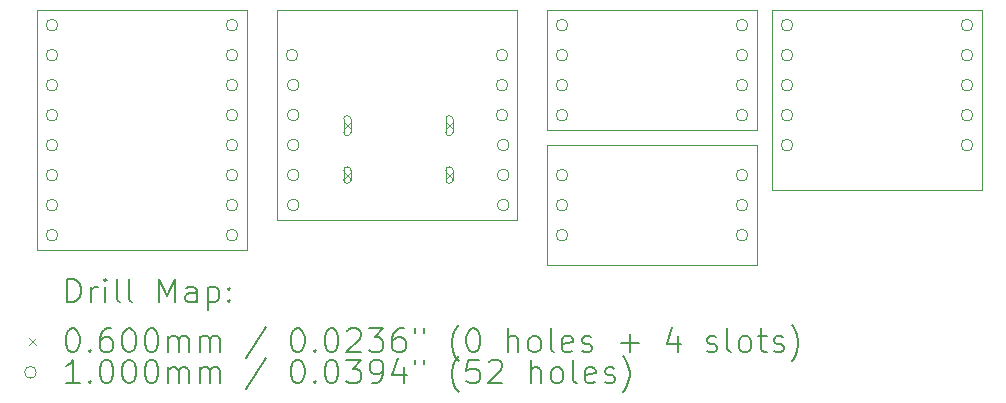
<source format=gbr>
%TF.GenerationSoftware,KiCad,Pcbnew,7.0.10*%
%TF.CreationDate,2024-01-15T10:33:43+01:00*%
%TF.ProjectId,smd_breadboard,736d645f-6272-4656-9164-626f6172642e,rev?*%
%TF.SameCoordinates,Original*%
%TF.FileFunction,Drillmap*%
%TF.FilePolarity,Positive*%
%FSLAX45Y45*%
G04 Gerber Fmt 4.5, Leading zero omitted, Abs format (unit mm)*
G04 Created by KiCad (PCBNEW 7.0.10) date 2024-01-15 10:33:43*
%MOMM*%
%LPD*%
G01*
G04 APERTURE LIST*
%ADD10C,0.100000*%
%ADD11C,0.200000*%
G04 APERTURE END LIST*
D10*
X15367000Y-6223000D02*
X15367000Y-7239000D01*
X17145000Y-6223000D02*
X15367000Y-6223000D01*
X17145000Y-7239000D02*
X17145000Y-6223000D01*
X15367000Y-7239000D02*
X17145000Y-7239000D01*
X15367000Y-8382000D02*
X17145000Y-8382000D01*
X15367000Y-7366000D02*
X15367000Y-8382000D01*
X17145000Y-7366000D02*
X15367000Y-7366000D01*
X17145000Y-8382000D02*
X17145000Y-7366000D01*
X19050000Y-6223000D02*
X17272000Y-6223000D01*
X19050000Y-7747000D02*
X19050000Y-6223000D01*
X17272000Y-7747000D02*
X19050000Y-7747000D01*
X17272000Y-6223000D02*
X17272000Y-7747000D01*
X13081000Y-6223000D02*
X13081000Y-8001000D01*
X15113000Y-6223000D02*
X13081000Y-6223000D01*
X15113000Y-8001000D02*
X15113000Y-6223000D01*
X13081000Y-8001000D02*
X15113000Y-8001000D01*
X11049000Y-8255000D02*
X11049000Y-6223000D01*
X12827000Y-8255000D02*
X11049000Y-8255000D01*
X12827000Y-6223000D02*
X12827000Y-8255000D01*
X11049000Y-6223000D02*
X12827000Y-6223000D01*
D11*
D10*
X13646000Y-7172000D02*
X13706000Y-7232000D01*
X13706000Y-7172000D02*
X13646000Y-7232000D01*
X13646000Y-7147000D02*
X13646000Y-7257000D01*
X13646000Y-7257000D02*
G75*
G03*
X13706000Y-7257000I30000J0D01*
G01*
X13706000Y-7257000D02*
X13706000Y-7147000D01*
X13706000Y-7147000D02*
G75*
G03*
X13646000Y-7147000I-30000J0D01*
G01*
X13646000Y-7590000D02*
X13706000Y-7650000D01*
X13706000Y-7590000D02*
X13646000Y-7650000D01*
X13646000Y-7580000D02*
X13646000Y-7660000D01*
X13646000Y-7660000D02*
G75*
G03*
X13706000Y-7660000I30000J0D01*
G01*
X13706000Y-7660000D02*
X13706000Y-7580000D01*
X13706000Y-7580000D02*
G75*
G03*
X13646000Y-7580000I-30000J0D01*
G01*
X14510000Y-7172000D02*
X14570000Y-7232000D01*
X14570000Y-7172000D02*
X14510000Y-7232000D01*
X14510000Y-7147000D02*
X14510000Y-7257000D01*
X14510000Y-7257000D02*
G75*
G03*
X14570000Y-7257000I30000J0D01*
G01*
X14570000Y-7257000D02*
X14570000Y-7147000D01*
X14570000Y-7147000D02*
G75*
G03*
X14510000Y-7147000I-30000J0D01*
G01*
X14510000Y-7590000D02*
X14570000Y-7650000D01*
X14570000Y-7590000D02*
X14510000Y-7650000D01*
X14510000Y-7580000D02*
X14510000Y-7660000D01*
X14510000Y-7660000D02*
G75*
G03*
X14570000Y-7660000I30000J0D01*
G01*
X14570000Y-7660000D02*
X14570000Y-7580000D01*
X14570000Y-7580000D02*
G75*
G03*
X14510000Y-7580000I-30000J0D01*
G01*
X11226000Y-6350000D02*
G75*
G03*
X11126000Y-6350000I-50000J0D01*
G01*
X11126000Y-6350000D02*
G75*
G03*
X11226000Y-6350000I50000J0D01*
G01*
X11226000Y-6604000D02*
G75*
G03*
X11126000Y-6604000I-50000J0D01*
G01*
X11126000Y-6604000D02*
G75*
G03*
X11226000Y-6604000I50000J0D01*
G01*
X11226000Y-6858000D02*
G75*
G03*
X11126000Y-6858000I-50000J0D01*
G01*
X11126000Y-6858000D02*
G75*
G03*
X11226000Y-6858000I50000J0D01*
G01*
X11226000Y-7112000D02*
G75*
G03*
X11126000Y-7112000I-50000J0D01*
G01*
X11126000Y-7112000D02*
G75*
G03*
X11226000Y-7112000I50000J0D01*
G01*
X11226000Y-7366000D02*
G75*
G03*
X11126000Y-7366000I-50000J0D01*
G01*
X11126000Y-7366000D02*
G75*
G03*
X11226000Y-7366000I50000J0D01*
G01*
X11226000Y-7620000D02*
G75*
G03*
X11126000Y-7620000I-50000J0D01*
G01*
X11126000Y-7620000D02*
G75*
G03*
X11226000Y-7620000I50000J0D01*
G01*
X11226000Y-7874000D02*
G75*
G03*
X11126000Y-7874000I-50000J0D01*
G01*
X11126000Y-7874000D02*
G75*
G03*
X11226000Y-7874000I50000J0D01*
G01*
X11226000Y-8128000D02*
G75*
G03*
X11126000Y-8128000I-50000J0D01*
G01*
X11126000Y-8128000D02*
G75*
G03*
X11226000Y-8128000I50000J0D01*
G01*
X12750000Y-6350000D02*
G75*
G03*
X12650000Y-6350000I-50000J0D01*
G01*
X12650000Y-6350000D02*
G75*
G03*
X12750000Y-6350000I50000J0D01*
G01*
X12750000Y-6604000D02*
G75*
G03*
X12650000Y-6604000I-50000J0D01*
G01*
X12650000Y-6604000D02*
G75*
G03*
X12750000Y-6604000I50000J0D01*
G01*
X12750000Y-6858000D02*
G75*
G03*
X12650000Y-6858000I-50000J0D01*
G01*
X12650000Y-6858000D02*
G75*
G03*
X12750000Y-6858000I50000J0D01*
G01*
X12750000Y-7112000D02*
G75*
G03*
X12650000Y-7112000I-50000J0D01*
G01*
X12650000Y-7112000D02*
G75*
G03*
X12750000Y-7112000I50000J0D01*
G01*
X12750000Y-7366000D02*
G75*
G03*
X12650000Y-7366000I-50000J0D01*
G01*
X12650000Y-7366000D02*
G75*
G03*
X12750000Y-7366000I50000J0D01*
G01*
X12750000Y-7620000D02*
G75*
G03*
X12650000Y-7620000I-50000J0D01*
G01*
X12650000Y-7620000D02*
G75*
G03*
X12750000Y-7620000I50000J0D01*
G01*
X12750000Y-7874000D02*
G75*
G03*
X12650000Y-7874000I-50000J0D01*
G01*
X12650000Y-7874000D02*
G75*
G03*
X12750000Y-7874000I50000J0D01*
G01*
X12750000Y-8128000D02*
G75*
G03*
X12650000Y-8128000I-50000J0D01*
G01*
X12650000Y-8128000D02*
G75*
G03*
X12750000Y-8128000I50000J0D01*
G01*
X13258000Y-6604000D02*
G75*
G03*
X13158000Y-6604000I-50000J0D01*
G01*
X13158000Y-6604000D02*
G75*
G03*
X13258000Y-6604000I50000J0D01*
G01*
X13269000Y-6858000D02*
G75*
G03*
X13169000Y-6858000I-50000J0D01*
G01*
X13169000Y-6858000D02*
G75*
G03*
X13269000Y-6858000I50000J0D01*
G01*
X13269000Y-7112000D02*
G75*
G03*
X13169000Y-7112000I-50000J0D01*
G01*
X13169000Y-7112000D02*
G75*
G03*
X13269000Y-7112000I50000J0D01*
G01*
X13269000Y-7366000D02*
G75*
G03*
X13169000Y-7366000I-50000J0D01*
G01*
X13169000Y-7366000D02*
G75*
G03*
X13269000Y-7366000I50000J0D01*
G01*
X13269000Y-7620000D02*
G75*
G03*
X13169000Y-7620000I-50000J0D01*
G01*
X13169000Y-7620000D02*
G75*
G03*
X13269000Y-7620000I50000J0D01*
G01*
X13269000Y-7874000D02*
G75*
G03*
X13169000Y-7874000I-50000J0D01*
G01*
X13169000Y-7874000D02*
G75*
G03*
X13269000Y-7874000I50000J0D01*
G01*
X15036000Y-6604000D02*
G75*
G03*
X14936000Y-6604000I-50000J0D01*
G01*
X14936000Y-6604000D02*
G75*
G03*
X15036000Y-6604000I50000J0D01*
G01*
X15036000Y-6858000D02*
G75*
G03*
X14936000Y-6858000I-50000J0D01*
G01*
X14936000Y-6858000D02*
G75*
G03*
X15036000Y-6858000I50000J0D01*
G01*
X15036000Y-7112000D02*
G75*
G03*
X14936000Y-7112000I-50000J0D01*
G01*
X14936000Y-7112000D02*
G75*
G03*
X15036000Y-7112000I50000J0D01*
G01*
X15047000Y-7366000D02*
G75*
G03*
X14947000Y-7366000I-50000J0D01*
G01*
X14947000Y-7366000D02*
G75*
G03*
X15047000Y-7366000I50000J0D01*
G01*
X15047000Y-7620000D02*
G75*
G03*
X14947000Y-7620000I-50000J0D01*
G01*
X14947000Y-7620000D02*
G75*
G03*
X15047000Y-7620000I50000J0D01*
G01*
X15047000Y-7874000D02*
G75*
G03*
X14947000Y-7874000I-50000J0D01*
G01*
X14947000Y-7874000D02*
G75*
G03*
X15047000Y-7874000I50000J0D01*
G01*
X15544000Y-6350000D02*
G75*
G03*
X15444000Y-6350000I-50000J0D01*
G01*
X15444000Y-6350000D02*
G75*
G03*
X15544000Y-6350000I50000J0D01*
G01*
X15544000Y-6604000D02*
G75*
G03*
X15444000Y-6604000I-50000J0D01*
G01*
X15444000Y-6604000D02*
G75*
G03*
X15544000Y-6604000I50000J0D01*
G01*
X15544000Y-6858000D02*
G75*
G03*
X15444000Y-6858000I-50000J0D01*
G01*
X15444000Y-6858000D02*
G75*
G03*
X15544000Y-6858000I50000J0D01*
G01*
X15544000Y-7112000D02*
G75*
G03*
X15444000Y-7112000I-50000J0D01*
G01*
X15444000Y-7112000D02*
G75*
G03*
X15544000Y-7112000I50000J0D01*
G01*
X15544000Y-7620000D02*
G75*
G03*
X15444000Y-7620000I-50000J0D01*
G01*
X15444000Y-7620000D02*
G75*
G03*
X15544000Y-7620000I50000J0D01*
G01*
X15544000Y-7874000D02*
G75*
G03*
X15444000Y-7874000I-50000J0D01*
G01*
X15444000Y-7874000D02*
G75*
G03*
X15544000Y-7874000I50000J0D01*
G01*
X15544000Y-8128000D02*
G75*
G03*
X15444000Y-8128000I-50000J0D01*
G01*
X15444000Y-8128000D02*
G75*
G03*
X15544000Y-8128000I50000J0D01*
G01*
X17068000Y-6350000D02*
G75*
G03*
X16968000Y-6350000I-50000J0D01*
G01*
X16968000Y-6350000D02*
G75*
G03*
X17068000Y-6350000I50000J0D01*
G01*
X17068000Y-6604000D02*
G75*
G03*
X16968000Y-6604000I-50000J0D01*
G01*
X16968000Y-6604000D02*
G75*
G03*
X17068000Y-6604000I50000J0D01*
G01*
X17068000Y-6858000D02*
G75*
G03*
X16968000Y-6858000I-50000J0D01*
G01*
X16968000Y-6858000D02*
G75*
G03*
X17068000Y-6858000I50000J0D01*
G01*
X17068000Y-7112000D02*
G75*
G03*
X16968000Y-7112000I-50000J0D01*
G01*
X16968000Y-7112000D02*
G75*
G03*
X17068000Y-7112000I50000J0D01*
G01*
X17068000Y-7620000D02*
G75*
G03*
X16968000Y-7620000I-50000J0D01*
G01*
X16968000Y-7620000D02*
G75*
G03*
X17068000Y-7620000I50000J0D01*
G01*
X17068000Y-7874000D02*
G75*
G03*
X16968000Y-7874000I-50000J0D01*
G01*
X16968000Y-7874000D02*
G75*
G03*
X17068000Y-7874000I50000J0D01*
G01*
X17068000Y-8128000D02*
G75*
G03*
X16968000Y-8128000I-50000J0D01*
G01*
X16968000Y-8128000D02*
G75*
G03*
X17068000Y-8128000I50000J0D01*
G01*
X17449000Y-6350000D02*
G75*
G03*
X17349000Y-6350000I-50000J0D01*
G01*
X17349000Y-6350000D02*
G75*
G03*
X17449000Y-6350000I50000J0D01*
G01*
X17449000Y-6604000D02*
G75*
G03*
X17349000Y-6604000I-50000J0D01*
G01*
X17349000Y-6604000D02*
G75*
G03*
X17449000Y-6604000I50000J0D01*
G01*
X17449000Y-6858000D02*
G75*
G03*
X17349000Y-6858000I-50000J0D01*
G01*
X17349000Y-6858000D02*
G75*
G03*
X17449000Y-6858000I50000J0D01*
G01*
X17449000Y-7112000D02*
G75*
G03*
X17349000Y-7112000I-50000J0D01*
G01*
X17349000Y-7112000D02*
G75*
G03*
X17449000Y-7112000I50000J0D01*
G01*
X17449000Y-7366000D02*
G75*
G03*
X17349000Y-7366000I-50000J0D01*
G01*
X17349000Y-7366000D02*
G75*
G03*
X17449000Y-7366000I50000J0D01*
G01*
X18973000Y-6350000D02*
G75*
G03*
X18873000Y-6350000I-50000J0D01*
G01*
X18873000Y-6350000D02*
G75*
G03*
X18973000Y-6350000I50000J0D01*
G01*
X18973000Y-6604000D02*
G75*
G03*
X18873000Y-6604000I-50000J0D01*
G01*
X18873000Y-6604000D02*
G75*
G03*
X18973000Y-6604000I50000J0D01*
G01*
X18973000Y-6858000D02*
G75*
G03*
X18873000Y-6858000I-50000J0D01*
G01*
X18873000Y-6858000D02*
G75*
G03*
X18973000Y-6858000I50000J0D01*
G01*
X18973000Y-7112000D02*
G75*
G03*
X18873000Y-7112000I-50000J0D01*
G01*
X18873000Y-7112000D02*
G75*
G03*
X18973000Y-7112000I50000J0D01*
G01*
X18973000Y-7366000D02*
G75*
G03*
X18873000Y-7366000I-50000J0D01*
G01*
X18873000Y-7366000D02*
G75*
G03*
X18973000Y-7366000I50000J0D01*
G01*
D11*
X11304777Y-8698484D02*
X11304777Y-8498484D01*
X11304777Y-8498484D02*
X11352396Y-8498484D01*
X11352396Y-8498484D02*
X11380967Y-8508008D01*
X11380967Y-8508008D02*
X11400015Y-8527055D01*
X11400015Y-8527055D02*
X11409539Y-8546103D01*
X11409539Y-8546103D02*
X11419062Y-8584198D01*
X11419062Y-8584198D02*
X11419062Y-8612770D01*
X11419062Y-8612770D02*
X11409539Y-8650865D01*
X11409539Y-8650865D02*
X11400015Y-8669912D01*
X11400015Y-8669912D02*
X11380967Y-8688960D01*
X11380967Y-8688960D02*
X11352396Y-8698484D01*
X11352396Y-8698484D02*
X11304777Y-8698484D01*
X11504777Y-8698484D02*
X11504777Y-8565150D01*
X11504777Y-8603246D02*
X11514301Y-8584198D01*
X11514301Y-8584198D02*
X11523824Y-8574674D01*
X11523824Y-8574674D02*
X11542872Y-8565150D01*
X11542872Y-8565150D02*
X11561920Y-8565150D01*
X11628586Y-8698484D02*
X11628586Y-8565150D01*
X11628586Y-8498484D02*
X11619062Y-8508008D01*
X11619062Y-8508008D02*
X11628586Y-8517531D01*
X11628586Y-8517531D02*
X11638110Y-8508008D01*
X11638110Y-8508008D02*
X11628586Y-8498484D01*
X11628586Y-8498484D02*
X11628586Y-8517531D01*
X11752396Y-8698484D02*
X11733348Y-8688960D01*
X11733348Y-8688960D02*
X11723824Y-8669912D01*
X11723824Y-8669912D02*
X11723824Y-8498484D01*
X11857158Y-8698484D02*
X11838110Y-8688960D01*
X11838110Y-8688960D02*
X11828586Y-8669912D01*
X11828586Y-8669912D02*
X11828586Y-8498484D01*
X12085729Y-8698484D02*
X12085729Y-8498484D01*
X12085729Y-8498484D02*
X12152396Y-8641341D01*
X12152396Y-8641341D02*
X12219062Y-8498484D01*
X12219062Y-8498484D02*
X12219062Y-8698484D01*
X12400015Y-8698484D02*
X12400015Y-8593722D01*
X12400015Y-8593722D02*
X12390491Y-8574674D01*
X12390491Y-8574674D02*
X12371443Y-8565150D01*
X12371443Y-8565150D02*
X12333348Y-8565150D01*
X12333348Y-8565150D02*
X12314301Y-8574674D01*
X12400015Y-8688960D02*
X12380967Y-8698484D01*
X12380967Y-8698484D02*
X12333348Y-8698484D01*
X12333348Y-8698484D02*
X12314301Y-8688960D01*
X12314301Y-8688960D02*
X12304777Y-8669912D01*
X12304777Y-8669912D02*
X12304777Y-8650865D01*
X12304777Y-8650865D02*
X12314301Y-8631817D01*
X12314301Y-8631817D02*
X12333348Y-8622293D01*
X12333348Y-8622293D02*
X12380967Y-8622293D01*
X12380967Y-8622293D02*
X12400015Y-8612770D01*
X12495253Y-8565150D02*
X12495253Y-8765150D01*
X12495253Y-8574674D02*
X12514301Y-8565150D01*
X12514301Y-8565150D02*
X12552396Y-8565150D01*
X12552396Y-8565150D02*
X12571443Y-8574674D01*
X12571443Y-8574674D02*
X12580967Y-8584198D01*
X12580967Y-8584198D02*
X12590491Y-8603246D01*
X12590491Y-8603246D02*
X12590491Y-8660389D01*
X12590491Y-8660389D02*
X12580967Y-8679436D01*
X12580967Y-8679436D02*
X12571443Y-8688960D01*
X12571443Y-8688960D02*
X12552396Y-8698484D01*
X12552396Y-8698484D02*
X12514301Y-8698484D01*
X12514301Y-8698484D02*
X12495253Y-8688960D01*
X12676205Y-8679436D02*
X12685729Y-8688960D01*
X12685729Y-8688960D02*
X12676205Y-8698484D01*
X12676205Y-8698484D02*
X12666682Y-8688960D01*
X12666682Y-8688960D02*
X12676205Y-8679436D01*
X12676205Y-8679436D02*
X12676205Y-8698484D01*
X12676205Y-8574674D02*
X12685729Y-8584198D01*
X12685729Y-8584198D02*
X12676205Y-8593722D01*
X12676205Y-8593722D02*
X12666682Y-8584198D01*
X12666682Y-8584198D02*
X12676205Y-8574674D01*
X12676205Y-8574674D02*
X12676205Y-8593722D01*
D10*
X10984000Y-8997000D02*
X11044000Y-9057000D01*
X11044000Y-8997000D02*
X10984000Y-9057000D01*
D11*
X11342872Y-8918484D02*
X11361920Y-8918484D01*
X11361920Y-8918484D02*
X11380967Y-8928008D01*
X11380967Y-8928008D02*
X11390491Y-8937531D01*
X11390491Y-8937531D02*
X11400015Y-8956579D01*
X11400015Y-8956579D02*
X11409539Y-8994674D01*
X11409539Y-8994674D02*
X11409539Y-9042293D01*
X11409539Y-9042293D02*
X11400015Y-9080389D01*
X11400015Y-9080389D02*
X11390491Y-9099436D01*
X11390491Y-9099436D02*
X11380967Y-9108960D01*
X11380967Y-9108960D02*
X11361920Y-9118484D01*
X11361920Y-9118484D02*
X11342872Y-9118484D01*
X11342872Y-9118484D02*
X11323824Y-9108960D01*
X11323824Y-9108960D02*
X11314301Y-9099436D01*
X11314301Y-9099436D02*
X11304777Y-9080389D01*
X11304777Y-9080389D02*
X11295253Y-9042293D01*
X11295253Y-9042293D02*
X11295253Y-8994674D01*
X11295253Y-8994674D02*
X11304777Y-8956579D01*
X11304777Y-8956579D02*
X11314301Y-8937531D01*
X11314301Y-8937531D02*
X11323824Y-8928008D01*
X11323824Y-8928008D02*
X11342872Y-8918484D01*
X11495253Y-9099436D02*
X11504777Y-9108960D01*
X11504777Y-9108960D02*
X11495253Y-9118484D01*
X11495253Y-9118484D02*
X11485729Y-9108960D01*
X11485729Y-9108960D02*
X11495253Y-9099436D01*
X11495253Y-9099436D02*
X11495253Y-9118484D01*
X11676205Y-8918484D02*
X11638110Y-8918484D01*
X11638110Y-8918484D02*
X11619062Y-8928008D01*
X11619062Y-8928008D02*
X11609539Y-8937531D01*
X11609539Y-8937531D02*
X11590491Y-8966103D01*
X11590491Y-8966103D02*
X11580967Y-9004198D01*
X11580967Y-9004198D02*
X11580967Y-9080389D01*
X11580967Y-9080389D02*
X11590491Y-9099436D01*
X11590491Y-9099436D02*
X11600015Y-9108960D01*
X11600015Y-9108960D02*
X11619062Y-9118484D01*
X11619062Y-9118484D02*
X11657158Y-9118484D01*
X11657158Y-9118484D02*
X11676205Y-9108960D01*
X11676205Y-9108960D02*
X11685729Y-9099436D01*
X11685729Y-9099436D02*
X11695253Y-9080389D01*
X11695253Y-9080389D02*
X11695253Y-9032770D01*
X11695253Y-9032770D02*
X11685729Y-9013722D01*
X11685729Y-9013722D02*
X11676205Y-9004198D01*
X11676205Y-9004198D02*
X11657158Y-8994674D01*
X11657158Y-8994674D02*
X11619062Y-8994674D01*
X11619062Y-8994674D02*
X11600015Y-9004198D01*
X11600015Y-9004198D02*
X11590491Y-9013722D01*
X11590491Y-9013722D02*
X11580967Y-9032770D01*
X11819062Y-8918484D02*
X11838110Y-8918484D01*
X11838110Y-8918484D02*
X11857158Y-8928008D01*
X11857158Y-8928008D02*
X11866682Y-8937531D01*
X11866682Y-8937531D02*
X11876205Y-8956579D01*
X11876205Y-8956579D02*
X11885729Y-8994674D01*
X11885729Y-8994674D02*
X11885729Y-9042293D01*
X11885729Y-9042293D02*
X11876205Y-9080389D01*
X11876205Y-9080389D02*
X11866682Y-9099436D01*
X11866682Y-9099436D02*
X11857158Y-9108960D01*
X11857158Y-9108960D02*
X11838110Y-9118484D01*
X11838110Y-9118484D02*
X11819062Y-9118484D01*
X11819062Y-9118484D02*
X11800015Y-9108960D01*
X11800015Y-9108960D02*
X11790491Y-9099436D01*
X11790491Y-9099436D02*
X11780967Y-9080389D01*
X11780967Y-9080389D02*
X11771443Y-9042293D01*
X11771443Y-9042293D02*
X11771443Y-8994674D01*
X11771443Y-8994674D02*
X11780967Y-8956579D01*
X11780967Y-8956579D02*
X11790491Y-8937531D01*
X11790491Y-8937531D02*
X11800015Y-8928008D01*
X11800015Y-8928008D02*
X11819062Y-8918484D01*
X12009539Y-8918484D02*
X12028586Y-8918484D01*
X12028586Y-8918484D02*
X12047634Y-8928008D01*
X12047634Y-8928008D02*
X12057158Y-8937531D01*
X12057158Y-8937531D02*
X12066682Y-8956579D01*
X12066682Y-8956579D02*
X12076205Y-8994674D01*
X12076205Y-8994674D02*
X12076205Y-9042293D01*
X12076205Y-9042293D02*
X12066682Y-9080389D01*
X12066682Y-9080389D02*
X12057158Y-9099436D01*
X12057158Y-9099436D02*
X12047634Y-9108960D01*
X12047634Y-9108960D02*
X12028586Y-9118484D01*
X12028586Y-9118484D02*
X12009539Y-9118484D01*
X12009539Y-9118484D02*
X11990491Y-9108960D01*
X11990491Y-9108960D02*
X11980967Y-9099436D01*
X11980967Y-9099436D02*
X11971443Y-9080389D01*
X11971443Y-9080389D02*
X11961920Y-9042293D01*
X11961920Y-9042293D02*
X11961920Y-8994674D01*
X11961920Y-8994674D02*
X11971443Y-8956579D01*
X11971443Y-8956579D02*
X11980967Y-8937531D01*
X11980967Y-8937531D02*
X11990491Y-8928008D01*
X11990491Y-8928008D02*
X12009539Y-8918484D01*
X12161920Y-9118484D02*
X12161920Y-8985150D01*
X12161920Y-9004198D02*
X12171443Y-8994674D01*
X12171443Y-8994674D02*
X12190491Y-8985150D01*
X12190491Y-8985150D02*
X12219063Y-8985150D01*
X12219063Y-8985150D02*
X12238110Y-8994674D01*
X12238110Y-8994674D02*
X12247634Y-9013722D01*
X12247634Y-9013722D02*
X12247634Y-9118484D01*
X12247634Y-9013722D02*
X12257158Y-8994674D01*
X12257158Y-8994674D02*
X12276205Y-8985150D01*
X12276205Y-8985150D02*
X12304777Y-8985150D01*
X12304777Y-8985150D02*
X12323824Y-8994674D01*
X12323824Y-8994674D02*
X12333348Y-9013722D01*
X12333348Y-9013722D02*
X12333348Y-9118484D01*
X12428586Y-9118484D02*
X12428586Y-8985150D01*
X12428586Y-9004198D02*
X12438110Y-8994674D01*
X12438110Y-8994674D02*
X12457158Y-8985150D01*
X12457158Y-8985150D02*
X12485729Y-8985150D01*
X12485729Y-8985150D02*
X12504777Y-8994674D01*
X12504777Y-8994674D02*
X12514301Y-9013722D01*
X12514301Y-9013722D02*
X12514301Y-9118484D01*
X12514301Y-9013722D02*
X12523824Y-8994674D01*
X12523824Y-8994674D02*
X12542872Y-8985150D01*
X12542872Y-8985150D02*
X12571443Y-8985150D01*
X12571443Y-8985150D02*
X12590491Y-8994674D01*
X12590491Y-8994674D02*
X12600015Y-9013722D01*
X12600015Y-9013722D02*
X12600015Y-9118484D01*
X12990491Y-8908960D02*
X12819063Y-9166103D01*
X13247634Y-8918484D02*
X13266682Y-8918484D01*
X13266682Y-8918484D02*
X13285729Y-8928008D01*
X13285729Y-8928008D02*
X13295253Y-8937531D01*
X13295253Y-8937531D02*
X13304777Y-8956579D01*
X13304777Y-8956579D02*
X13314301Y-8994674D01*
X13314301Y-8994674D02*
X13314301Y-9042293D01*
X13314301Y-9042293D02*
X13304777Y-9080389D01*
X13304777Y-9080389D02*
X13295253Y-9099436D01*
X13295253Y-9099436D02*
X13285729Y-9108960D01*
X13285729Y-9108960D02*
X13266682Y-9118484D01*
X13266682Y-9118484D02*
X13247634Y-9118484D01*
X13247634Y-9118484D02*
X13228586Y-9108960D01*
X13228586Y-9108960D02*
X13219063Y-9099436D01*
X13219063Y-9099436D02*
X13209539Y-9080389D01*
X13209539Y-9080389D02*
X13200015Y-9042293D01*
X13200015Y-9042293D02*
X13200015Y-8994674D01*
X13200015Y-8994674D02*
X13209539Y-8956579D01*
X13209539Y-8956579D02*
X13219063Y-8937531D01*
X13219063Y-8937531D02*
X13228586Y-8928008D01*
X13228586Y-8928008D02*
X13247634Y-8918484D01*
X13400015Y-9099436D02*
X13409539Y-9108960D01*
X13409539Y-9108960D02*
X13400015Y-9118484D01*
X13400015Y-9118484D02*
X13390491Y-9108960D01*
X13390491Y-9108960D02*
X13400015Y-9099436D01*
X13400015Y-9099436D02*
X13400015Y-9118484D01*
X13533348Y-8918484D02*
X13552396Y-8918484D01*
X13552396Y-8918484D02*
X13571444Y-8928008D01*
X13571444Y-8928008D02*
X13580967Y-8937531D01*
X13580967Y-8937531D02*
X13590491Y-8956579D01*
X13590491Y-8956579D02*
X13600015Y-8994674D01*
X13600015Y-8994674D02*
X13600015Y-9042293D01*
X13600015Y-9042293D02*
X13590491Y-9080389D01*
X13590491Y-9080389D02*
X13580967Y-9099436D01*
X13580967Y-9099436D02*
X13571444Y-9108960D01*
X13571444Y-9108960D02*
X13552396Y-9118484D01*
X13552396Y-9118484D02*
X13533348Y-9118484D01*
X13533348Y-9118484D02*
X13514301Y-9108960D01*
X13514301Y-9108960D02*
X13504777Y-9099436D01*
X13504777Y-9099436D02*
X13495253Y-9080389D01*
X13495253Y-9080389D02*
X13485729Y-9042293D01*
X13485729Y-9042293D02*
X13485729Y-8994674D01*
X13485729Y-8994674D02*
X13495253Y-8956579D01*
X13495253Y-8956579D02*
X13504777Y-8937531D01*
X13504777Y-8937531D02*
X13514301Y-8928008D01*
X13514301Y-8928008D02*
X13533348Y-8918484D01*
X13676206Y-8937531D02*
X13685729Y-8928008D01*
X13685729Y-8928008D02*
X13704777Y-8918484D01*
X13704777Y-8918484D02*
X13752396Y-8918484D01*
X13752396Y-8918484D02*
X13771444Y-8928008D01*
X13771444Y-8928008D02*
X13780967Y-8937531D01*
X13780967Y-8937531D02*
X13790491Y-8956579D01*
X13790491Y-8956579D02*
X13790491Y-8975627D01*
X13790491Y-8975627D02*
X13780967Y-9004198D01*
X13780967Y-9004198D02*
X13666682Y-9118484D01*
X13666682Y-9118484D02*
X13790491Y-9118484D01*
X13857158Y-8918484D02*
X13980967Y-8918484D01*
X13980967Y-8918484D02*
X13914301Y-8994674D01*
X13914301Y-8994674D02*
X13942872Y-8994674D01*
X13942872Y-8994674D02*
X13961920Y-9004198D01*
X13961920Y-9004198D02*
X13971444Y-9013722D01*
X13971444Y-9013722D02*
X13980967Y-9032770D01*
X13980967Y-9032770D02*
X13980967Y-9080389D01*
X13980967Y-9080389D02*
X13971444Y-9099436D01*
X13971444Y-9099436D02*
X13961920Y-9108960D01*
X13961920Y-9108960D02*
X13942872Y-9118484D01*
X13942872Y-9118484D02*
X13885729Y-9118484D01*
X13885729Y-9118484D02*
X13866682Y-9108960D01*
X13866682Y-9108960D02*
X13857158Y-9099436D01*
X14152396Y-8918484D02*
X14114301Y-8918484D01*
X14114301Y-8918484D02*
X14095253Y-8928008D01*
X14095253Y-8928008D02*
X14085729Y-8937531D01*
X14085729Y-8937531D02*
X14066682Y-8966103D01*
X14066682Y-8966103D02*
X14057158Y-9004198D01*
X14057158Y-9004198D02*
X14057158Y-9080389D01*
X14057158Y-9080389D02*
X14066682Y-9099436D01*
X14066682Y-9099436D02*
X14076206Y-9108960D01*
X14076206Y-9108960D02*
X14095253Y-9118484D01*
X14095253Y-9118484D02*
X14133348Y-9118484D01*
X14133348Y-9118484D02*
X14152396Y-9108960D01*
X14152396Y-9108960D02*
X14161920Y-9099436D01*
X14161920Y-9099436D02*
X14171444Y-9080389D01*
X14171444Y-9080389D02*
X14171444Y-9032770D01*
X14171444Y-9032770D02*
X14161920Y-9013722D01*
X14161920Y-9013722D02*
X14152396Y-9004198D01*
X14152396Y-9004198D02*
X14133348Y-8994674D01*
X14133348Y-8994674D02*
X14095253Y-8994674D01*
X14095253Y-8994674D02*
X14076206Y-9004198D01*
X14076206Y-9004198D02*
X14066682Y-9013722D01*
X14066682Y-9013722D02*
X14057158Y-9032770D01*
X14247634Y-8918484D02*
X14247634Y-8956579D01*
X14323825Y-8918484D02*
X14323825Y-8956579D01*
X14619063Y-9194674D02*
X14609539Y-9185150D01*
X14609539Y-9185150D02*
X14590491Y-9156579D01*
X14590491Y-9156579D02*
X14580968Y-9137531D01*
X14580968Y-9137531D02*
X14571444Y-9108960D01*
X14571444Y-9108960D02*
X14561920Y-9061341D01*
X14561920Y-9061341D02*
X14561920Y-9023246D01*
X14561920Y-9023246D02*
X14571444Y-8975627D01*
X14571444Y-8975627D02*
X14580968Y-8947055D01*
X14580968Y-8947055D02*
X14590491Y-8928008D01*
X14590491Y-8928008D02*
X14609539Y-8899436D01*
X14609539Y-8899436D02*
X14619063Y-8889912D01*
X14733348Y-8918484D02*
X14752396Y-8918484D01*
X14752396Y-8918484D02*
X14771444Y-8928008D01*
X14771444Y-8928008D02*
X14780968Y-8937531D01*
X14780968Y-8937531D02*
X14790491Y-8956579D01*
X14790491Y-8956579D02*
X14800015Y-8994674D01*
X14800015Y-8994674D02*
X14800015Y-9042293D01*
X14800015Y-9042293D02*
X14790491Y-9080389D01*
X14790491Y-9080389D02*
X14780968Y-9099436D01*
X14780968Y-9099436D02*
X14771444Y-9108960D01*
X14771444Y-9108960D02*
X14752396Y-9118484D01*
X14752396Y-9118484D02*
X14733348Y-9118484D01*
X14733348Y-9118484D02*
X14714301Y-9108960D01*
X14714301Y-9108960D02*
X14704777Y-9099436D01*
X14704777Y-9099436D02*
X14695253Y-9080389D01*
X14695253Y-9080389D02*
X14685729Y-9042293D01*
X14685729Y-9042293D02*
X14685729Y-8994674D01*
X14685729Y-8994674D02*
X14695253Y-8956579D01*
X14695253Y-8956579D02*
X14704777Y-8937531D01*
X14704777Y-8937531D02*
X14714301Y-8928008D01*
X14714301Y-8928008D02*
X14733348Y-8918484D01*
X15038110Y-9118484D02*
X15038110Y-8918484D01*
X15123825Y-9118484D02*
X15123825Y-9013722D01*
X15123825Y-9013722D02*
X15114301Y-8994674D01*
X15114301Y-8994674D02*
X15095253Y-8985150D01*
X15095253Y-8985150D02*
X15066682Y-8985150D01*
X15066682Y-8985150D02*
X15047634Y-8994674D01*
X15047634Y-8994674D02*
X15038110Y-9004198D01*
X15247634Y-9118484D02*
X15228587Y-9108960D01*
X15228587Y-9108960D02*
X15219063Y-9099436D01*
X15219063Y-9099436D02*
X15209539Y-9080389D01*
X15209539Y-9080389D02*
X15209539Y-9023246D01*
X15209539Y-9023246D02*
X15219063Y-9004198D01*
X15219063Y-9004198D02*
X15228587Y-8994674D01*
X15228587Y-8994674D02*
X15247634Y-8985150D01*
X15247634Y-8985150D02*
X15276206Y-8985150D01*
X15276206Y-8985150D02*
X15295253Y-8994674D01*
X15295253Y-8994674D02*
X15304777Y-9004198D01*
X15304777Y-9004198D02*
X15314301Y-9023246D01*
X15314301Y-9023246D02*
X15314301Y-9080389D01*
X15314301Y-9080389D02*
X15304777Y-9099436D01*
X15304777Y-9099436D02*
X15295253Y-9108960D01*
X15295253Y-9108960D02*
X15276206Y-9118484D01*
X15276206Y-9118484D02*
X15247634Y-9118484D01*
X15428587Y-9118484D02*
X15409539Y-9108960D01*
X15409539Y-9108960D02*
X15400015Y-9089912D01*
X15400015Y-9089912D02*
X15400015Y-8918484D01*
X15580968Y-9108960D02*
X15561920Y-9118484D01*
X15561920Y-9118484D02*
X15523825Y-9118484D01*
X15523825Y-9118484D02*
X15504777Y-9108960D01*
X15504777Y-9108960D02*
X15495253Y-9089912D01*
X15495253Y-9089912D02*
X15495253Y-9013722D01*
X15495253Y-9013722D02*
X15504777Y-8994674D01*
X15504777Y-8994674D02*
X15523825Y-8985150D01*
X15523825Y-8985150D02*
X15561920Y-8985150D01*
X15561920Y-8985150D02*
X15580968Y-8994674D01*
X15580968Y-8994674D02*
X15590491Y-9013722D01*
X15590491Y-9013722D02*
X15590491Y-9032770D01*
X15590491Y-9032770D02*
X15495253Y-9051817D01*
X15666682Y-9108960D02*
X15685730Y-9118484D01*
X15685730Y-9118484D02*
X15723825Y-9118484D01*
X15723825Y-9118484D02*
X15742872Y-9108960D01*
X15742872Y-9108960D02*
X15752396Y-9089912D01*
X15752396Y-9089912D02*
X15752396Y-9080389D01*
X15752396Y-9080389D02*
X15742872Y-9061341D01*
X15742872Y-9061341D02*
X15723825Y-9051817D01*
X15723825Y-9051817D02*
X15695253Y-9051817D01*
X15695253Y-9051817D02*
X15676206Y-9042293D01*
X15676206Y-9042293D02*
X15666682Y-9023246D01*
X15666682Y-9023246D02*
X15666682Y-9013722D01*
X15666682Y-9013722D02*
X15676206Y-8994674D01*
X15676206Y-8994674D02*
X15695253Y-8985150D01*
X15695253Y-8985150D02*
X15723825Y-8985150D01*
X15723825Y-8985150D02*
X15742872Y-8994674D01*
X15990492Y-9042293D02*
X16142873Y-9042293D01*
X16066682Y-9118484D02*
X16066682Y-8966103D01*
X16476206Y-8985150D02*
X16476206Y-9118484D01*
X16428587Y-8908960D02*
X16380968Y-9051817D01*
X16380968Y-9051817D02*
X16504777Y-9051817D01*
X16723825Y-9108960D02*
X16742873Y-9118484D01*
X16742873Y-9118484D02*
X16780968Y-9118484D01*
X16780968Y-9118484D02*
X16800016Y-9108960D01*
X16800016Y-9108960D02*
X16809539Y-9089912D01*
X16809539Y-9089912D02*
X16809539Y-9080389D01*
X16809539Y-9080389D02*
X16800016Y-9061341D01*
X16800016Y-9061341D02*
X16780968Y-9051817D01*
X16780968Y-9051817D02*
X16752396Y-9051817D01*
X16752396Y-9051817D02*
X16733349Y-9042293D01*
X16733349Y-9042293D02*
X16723825Y-9023246D01*
X16723825Y-9023246D02*
X16723825Y-9013722D01*
X16723825Y-9013722D02*
X16733349Y-8994674D01*
X16733349Y-8994674D02*
X16752396Y-8985150D01*
X16752396Y-8985150D02*
X16780968Y-8985150D01*
X16780968Y-8985150D02*
X16800016Y-8994674D01*
X16923825Y-9118484D02*
X16904777Y-9108960D01*
X16904777Y-9108960D02*
X16895254Y-9089912D01*
X16895254Y-9089912D02*
X16895254Y-8918484D01*
X17028587Y-9118484D02*
X17009539Y-9108960D01*
X17009539Y-9108960D02*
X17000016Y-9099436D01*
X17000016Y-9099436D02*
X16990492Y-9080389D01*
X16990492Y-9080389D02*
X16990492Y-9023246D01*
X16990492Y-9023246D02*
X17000016Y-9004198D01*
X17000016Y-9004198D02*
X17009539Y-8994674D01*
X17009539Y-8994674D02*
X17028587Y-8985150D01*
X17028587Y-8985150D02*
X17057158Y-8985150D01*
X17057158Y-8985150D02*
X17076206Y-8994674D01*
X17076206Y-8994674D02*
X17085730Y-9004198D01*
X17085730Y-9004198D02*
X17095254Y-9023246D01*
X17095254Y-9023246D02*
X17095254Y-9080389D01*
X17095254Y-9080389D02*
X17085730Y-9099436D01*
X17085730Y-9099436D02*
X17076206Y-9108960D01*
X17076206Y-9108960D02*
X17057158Y-9118484D01*
X17057158Y-9118484D02*
X17028587Y-9118484D01*
X17152397Y-8985150D02*
X17228587Y-8985150D01*
X17180968Y-8918484D02*
X17180968Y-9089912D01*
X17180968Y-9089912D02*
X17190492Y-9108960D01*
X17190492Y-9108960D02*
X17209539Y-9118484D01*
X17209539Y-9118484D02*
X17228587Y-9118484D01*
X17285730Y-9108960D02*
X17304777Y-9118484D01*
X17304777Y-9118484D02*
X17342873Y-9118484D01*
X17342873Y-9118484D02*
X17361920Y-9108960D01*
X17361920Y-9108960D02*
X17371444Y-9089912D01*
X17371444Y-9089912D02*
X17371444Y-9080389D01*
X17371444Y-9080389D02*
X17361920Y-9061341D01*
X17361920Y-9061341D02*
X17342873Y-9051817D01*
X17342873Y-9051817D02*
X17314301Y-9051817D01*
X17314301Y-9051817D02*
X17295254Y-9042293D01*
X17295254Y-9042293D02*
X17285730Y-9023246D01*
X17285730Y-9023246D02*
X17285730Y-9013722D01*
X17285730Y-9013722D02*
X17295254Y-8994674D01*
X17295254Y-8994674D02*
X17314301Y-8985150D01*
X17314301Y-8985150D02*
X17342873Y-8985150D01*
X17342873Y-8985150D02*
X17361920Y-8994674D01*
X17438111Y-9194674D02*
X17447635Y-9185150D01*
X17447635Y-9185150D02*
X17466682Y-9156579D01*
X17466682Y-9156579D02*
X17476206Y-9137531D01*
X17476206Y-9137531D02*
X17485730Y-9108960D01*
X17485730Y-9108960D02*
X17495254Y-9061341D01*
X17495254Y-9061341D02*
X17495254Y-9023246D01*
X17495254Y-9023246D02*
X17485730Y-8975627D01*
X17485730Y-8975627D02*
X17476206Y-8947055D01*
X17476206Y-8947055D02*
X17466682Y-8928008D01*
X17466682Y-8928008D02*
X17447635Y-8899436D01*
X17447635Y-8899436D02*
X17438111Y-8889912D01*
D10*
X11044000Y-9291000D02*
G75*
G03*
X10944000Y-9291000I-50000J0D01*
G01*
X10944000Y-9291000D02*
G75*
G03*
X11044000Y-9291000I50000J0D01*
G01*
D11*
X11409539Y-9382484D02*
X11295253Y-9382484D01*
X11352396Y-9382484D02*
X11352396Y-9182484D01*
X11352396Y-9182484D02*
X11333348Y-9211055D01*
X11333348Y-9211055D02*
X11314301Y-9230103D01*
X11314301Y-9230103D02*
X11295253Y-9239627D01*
X11495253Y-9363436D02*
X11504777Y-9372960D01*
X11504777Y-9372960D02*
X11495253Y-9382484D01*
X11495253Y-9382484D02*
X11485729Y-9372960D01*
X11485729Y-9372960D02*
X11495253Y-9363436D01*
X11495253Y-9363436D02*
X11495253Y-9382484D01*
X11628586Y-9182484D02*
X11647634Y-9182484D01*
X11647634Y-9182484D02*
X11666682Y-9192008D01*
X11666682Y-9192008D02*
X11676205Y-9201531D01*
X11676205Y-9201531D02*
X11685729Y-9220579D01*
X11685729Y-9220579D02*
X11695253Y-9258674D01*
X11695253Y-9258674D02*
X11695253Y-9306293D01*
X11695253Y-9306293D02*
X11685729Y-9344389D01*
X11685729Y-9344389D02*
X11676205Y-9363436D01*
X11676205Y-9363436D02*
X11666682Y-9372960D01*
X11666682Y-9372960D02*
X11647634Y-9382484D01*
X11647634Y-9382484D02*
X11628586Y-9382484D01*
X11628586Y-9382484D02*
X11609539Y-9372960D01*
X11609539Y-9372960D02*
X11600015Y-9363436D01*
X11600015Y-9363436D02*
X11590491Y-9344389D01*
X11590491Y-9344389D02*
X11580967Y-9306293D01*
X11580967Y-9306293D02*
X11580967Y-9258674D01*
X11580967Y-9258674D02*
X11590491Y-9220579D01*
X11590491Y-9220579D02*
X11600015Y-9201531D01*
X11600015Y-9201531D02*
X11609539Y-9192008D01*
X11609539Y-9192008D02*
X11628586Y-9182484D01*
X11819062Y-9182484D02*
X11838110Y-9182484D01*
X11838110Y-9182484D02*
X11857158Y-9192008D01*
X11857158Y-9192008D02*
X11866682Y-9201531D01*
X11866682Y-9201531D02*
X11876205Y-9220579D01*
X11876205Y-9220579D02*
X11885729Y-9258674D01*
X11885729Y-9258674D02*
X11885729Y-9306293D01*
X11885729Y-9306293D02*
X11876205Y-9344389D01*
X11876205Y-9344389D02*
X11866682Y-9363436D01*
X11866682Y-9363436D02*
X11857158Y-9372960D01*
X11857158Y-9372960D02*
X11838110Y-9382484D01*
X11838110Y-9382484D02*
X11819062Y-9382484D01*
X11819062Y-9382484D02*
X11800015Y-9372960D01*
X11800015Y-9372960D02*
X11790491Y-9363436D01*
X11790491Y-9363436D02*
X11780967Y-9344389D01*
X11780967Y-9344389D02*
X11771443Y-9306293D01*
X11771443Y-9306293D02*
X11771443Y-9258674D01*
X11771443Y-9258674D02*
X11780967Y-9220579D01*
X11780967Y-9220579D02*
X11790491Y-9201531D01*
X11790491Y-9201531D02*
X11800015Y-9192008D01*
X11800015Y-9192008D02*
X11819062Y-9182484D01*
X12009539Y-9182484D02*
X12028586Y-9182484D01*
X12028586Y-9182484D02*
X12047634Y-9192008D01*
X12047634Y-9192008D02*
X12057158Y-9201531D01*
X12057158Y-9201531D02*
X12066682Y-9220579D01*
X12066682Y-9220579D02*
X12076205Y-9258674D01*
X12076205Y-9258674D02*
X12076205Y-9306293D01*
X12076205Y-9306293D02*
X12066682Y-9344389D01*
X12066682Y-9344389D02*
X12057158Y-9363436D01*
X12057158Y-9363436D02*
X12047634Y-9372960D01*
X12047634Y-9372960D02*
X12028586Y-9382484D01*
X12028586Y-9382484D02*
X12009539Y-9382484D01*
X12009539Y-9382484D02*
X11990491Y-9372960D01*
X11990491Y-9372960D02*
X11980967Y-9363436D01*
X11980967Y-9363436D02*
X11971443Y-9344389D01*
X11971443Y-9344389D02*
X11961920Y-9306293D01*
X11961920Y-9306293D02*
X11961920Y-9258674D01*
X11961920Y-9258674D02*
X11971443Y-9220579D01*
X11971443Y-9220579D02*
X11980967Y-9201531D01*
X11980967Y-9201531D02*
X11990491Y-9192008D01*
X11990491Y-9192008D02*
X12009539Y-9182484D01*
X12161920Y-9382484D02*
X12161920Y-9249150D01*
X12161920Y-9268198D02*
X12171443Y-9258674D01*
X12171443Y-9258674D02*
X12190491Y-9249150D01*
X12190491Y-9249150D02*
X12219063Y-9249150D01*
X12219063Y-9249150D02*
X12238110Y-9258674D01*
X12238110Y-9258674D02*
X12247634Y-9277722D01*
X12247634Y-9277722D02*
X12247634Y-9382484D01*
X12247634Y-9277722D02*
X12257158Y-9258674D01*
X12257158Y-9258674D02*
X12276205Y-9249150D01*
X12276205Y-9249150D02*
X12304777Y-9249150D01*
X12304777Y-9249150D02*
X12323824Y-9258674D01*
X12323824Y-9258674D02*
X12333348Y-9277722D01*
X12333348Y-9277722D02*
X12333348Y-9382484D01*
X12428586Y-9382484D02*
X12428586Y-9249150D01*
X12428586Y-9268198D02*
X12438110Y-9258674D01*
X12438110Y-9258674D02*
X12457158Y-9249150D01*
X12457158Y-9249150D02*
X12485729Y-9249150D01*
X12485729Y-9249150D02*
X12504777Y-9258674D01*
X12504777Y-9258674D02*
X12514301Y-9277722D01*
X12514301Y-9277722D02*
X12514301Y-9382484D01*
X12514301Y-9277722D02*
X12523824Y-9258674D01*
X12523824Y-9258674D02*
X12542872Y-9249150D01*
X12542872Y-9249150D02*
X12571443Y-9249150D01*
X12571443Y-9249150D02*
X12590491Y-9258674D01*
X12590491Y-9258674D02*
X12600015Y-9277722D01*
X12600015Y-9277722D02*
X12600015Y-9382484D01*
X12990491Y-9172960D02*
X12819063Y-9430103D01*
X13247634Y-9182484D02*
X13266682Y-9182484D01*
X13266682Y-9182484D02*
X13285729Y-9192008D01*
X13285729Y-9192008D02*
X13295253Y-9201531D01*
X13295253Y-9201531D02*
X13304777Y-9220579D01*
X13304777Y-9220579D02*
X13314301Y-9258674D01*
X13314301Y-9258674D02*
X13314301Y-9306293D01*
X13314301Y-9306293D02*
X13304777Y-9344389D01*
X13304777Y-9344389D02*
X13295253Y-9363436D01*
X13295253Y-9363436D02*
X13285729Y-9372960D01*
X13285729Y-9372960D02*
X13266682Y-9382484D01*
X13266682Y-9382484D02*
X13247634Y-9382484D01*
X13247634Y-9382484D02*
X13228586Y-9372960D01*
X13228586Y-9372960D02*
X13219063Y-9363436D01*
X13219063Y-9363436D02*
X13209539Y-9344389D01*
X13209539Y-9344389D02*
X13200015Y-9306293D01*
X13200015Y-9306293D02*
X13200015Y-9258674D01*
X13200015Y-9258674D02*
X13209539Y-9220579D01*
X13209539Y-9220579D02*
X13219063Y-9201531D01*
X13219063Y-9201531D02*
X13228586Y-9192008D01*
X13228586Y-9192008D02*
X13247634Y-9182484D01*
X13400015Y-9363436D02*
X13409539Y-9372960D01*
X13409539Y-9372960D02*
X13400015Y-9382484D01*
X13400015Y-9382484D02*
X13390491Y-9372960D01*
X13390491Y-9372960D02*
X13400015Y-9363436D01*
X13400015Y-9363436D02*
X13400015Y-9382484D01*
X13533348Y-9182484D02*
X13552396Y-9182484D01*
X13552396Y-9182484D02*
X13571444Y-9192008D01*
X13571444Y-9192008D02*
X13580967Y-9201531D01*
X13580967Y-9201531D02*
X13590491Y-9220579D01*
X13590491Y-9220579D02*
X13600015Y-9258674D01*
X13600015Y-9258674D02*
X13600015Y-9306293D01*
X13600015Y-9306293D02*
X13590491Y-9344389D01*
X13590491Y-9344389D02*
X13580967Y-9363436D01*
X13580967Y-9363436D02*
X13571444Y-9372960D01*
X13571444Y-9372960D02*
X13552396Y-9382484D01*
X13552396Y-9382484D02*
X13533348Y-9382484D01*
X13533348Y-9382484D02*
X13514301Y-9372960D01*
X13514301Y-9372960D02*
X13504777Y-9363436D01*
X13504777Y-9363436D02*
X13495253Y-9344389D01*
X13495253Y-9344389D02*
X13485729Y-9306293D01*
X13485729Y-9306293D02*
X13485729Y-9258674D01*
X13485729Y-9258674D02*
X13495253Y-9220579D01*
X13495253Y-9220579D02*
X13504777Y-9201531D01*
X13504777Y-9201531D02*
X13514301Y-9192008D01*
X13514301Y-9192008D02*
X13533348Y-9182484D01*
X13666682Y-9182484D02*
X13790491Y-9182484D01*
X13790491Y-9182484D02*
X13723825Y-9258674D01*
X13723825Y-9258674D02*
X13752396Y-9258674D01*
X13752396Y-9258674D02*
X13771444Y-9268198D01*
X13771444Y-9268198D02*
X13780967Y-9277722D01*
X13780967Y-9277722D02*
X13790491Y-9296770D01*
X13790491Y-9296770D02*
X13790491Y-9344389D01*
X13790491Y-9344389D02*
X13780967Y-9363436D01*
X13780967Y-9363436D02*
X13771444Y-9372960D01*
X13771444Y-9372960D02*
X13752396Y-9382484D01*
X13752396Y-9382484D02*
X13695253Y-9382484D01*
X13695253Y-9382484D02*
X13676206Y-9372960D01*
X13676206Y-9372960D02*
X13666682Y-9363436D01*
X13885729Y-9382484D02*
X13923825Y-9382484D01*
X13923825Y-9382484D02*
X13942872Y-9372960D01*
X13942872Y-9372960D02*
X13952396Y-9363436D01*
X13952396Y-9363436D02*
X13971444Y-9334865D01*
X13971444Y-9334865D02*
X13980967Y-9296770D01*
X13980967Y-9296770D02*
X13980967Y-9220579D01*
X13980967Y-9220579D02*
X13971444Y-9201531D01*
X13971444Y-9201531D02*
X13961920Y-9192008D01*
X13961920Y-9192008D02*
X13942872Y-9182484D01*
X13942872Y-9182484D02*
X13904777Y-9182484D01*
X13904777Y-9182484D02*
X13885729Y-9192008D01*
X13885729Y-9192008D02*
X13876206Y-9201531D01*
X13876206Y-9201531D02*
X13866682Y-9220579D01*
X13866682Y-9220579D02*
X13866682Y-9268198D01*
X13866682Y-9268198D02*
X13876206Y-9287246D01*
X13876206Y-9287246D02*
X13885729Y-9296770D01*
X13885729Y-9296770D02*
X13904777Y-9306293D01*
X13904777Y-9306293D02*
X13942872Y-9306293D01*
X13942872Y-9306293D02*
X13961920Y-9296770D01*
X13961920Y-9296770D02*
X13971444Y-9287246D01*
X13971444Y-9287246D02*
X13980967Y-9268198D01*
X14152396Y-9249150D02*
X14152396Y-9382484D01*
X14104777Y-9172960D02*
X14057158Y-9315817D01*
X14057158Y-9315817D02*
X14180967Y-9315817D01*
X14247634Y-9182484D02*
X14247634Y-9220579D01*
X14323825Y-9182484D02*
X14323825Y-9220579D01*
X14619063Y-9458674D02*
X14609539Y-9449150D01*
X14609539Y-9449150D02*
X14590491Y-9420579D01*
X14590491Y-9420579D02*
X14580968Y-9401531D01*
X14580968Y-9401531D02*
X14571444Y-9372960D01*
X14571444Y-9372960D02*
X14561920Y-9325341D01*
X14561920Y-9325341D02*
X14561920Y-9287246D01*
X14561920Y-9287246D02*
X14571444Y-9239627D01*
X14571444Y-9239627D02*
X14580968Y-9211055D01*
X14580968Y-9211055D02*
X14590491Y-9192008D01*
X14590491Y-9192008D02*
X14609539Y-9163436D01*
X14609539Y-9163436D02*
X14619063Y-9153912D01*
X14790491Y-9182484D02*
X14695253Y-9182484D01*
X14695253Y-9182484D02*
X14685729Y-9277722D01*
X14685729Y-9277722D02*
X14695253Y-9268198D01*
X14695253Y-9268198D02*
X14714301Y-9258674D01*
X14714301Y-9258674D02*
X14761920Y-9258674D01*
X14761920Y-9258674D02*
X14780968Y-9268198D01*
X14780968Y-9268198D02*
X14790491Y-9277722D01*
X14790491Y-9277722D02*
X14800015Y-9296770D01*
X14800015Y-9296770D02*
X14800015Y-9344389D01*
X14800015Y-9344389D02*
X14790491Y-9363436D01*
X14790491Y-9363436D02*
X14780968Y-9372960D01*
X14780968Y-9372960D02*
X14761920Y-9382484D01*
X14761920Y-9382484D02*
X14714301Y-9382484D01*
X14714301Y-9382484D02*
X14695253Y-9372960D01*
X14695253Y-9372960D02*
X14685729Y-9363436D01*
X14876206Y-9201531D02*
X14885729Y-9192008D01*
X14885729Y-9192008D02*
X14904777Y-9182484D01*
X14904777Y-9182484D02*
X14952396Y-9182484D01*
X14952396Y-9182484D02*
X14971444Y-9192008D01*
X14971444Y-9192008D02*
X14980968Y-9201531D01*
X14980968Y-9201531D02*
X14990491Y-9220579D01*
X14990491Y-9220579D02*
X14990491Y-9239627D01*
X14990491Y-9239627D02*
X14980968Y-9268198D01*
X14980968Y-9268198D02*
X14866682Y-9382484D01*
X14866682Y-9382484D02*
X14990491Y-9382484D01*
X15228587Y-9382484D02*
X15228587Y-9182484D01*
X15314301Y-9382484D02*
X15314301Y-9277722D01*
X15314301Y-9277722D02*
X15304777Y-9258674D01*
X15304777Y-9258674D02*
X15285730Y-9249150D01*
X15285730Y-9249150D02*
X15257158Y-9249150D01*
X15257158Y-9249150D02*
X15238110Y-9258674D01*
X15238110Y-9258674D02*
X15228587Y-9268198D01*
X15438110Y-9382484D02*
X15419063Y-9372960D01*
X15419063Y-9372960D02*
X15409539Y-9363436D01*
X15409539Y-9363436D02*
X15400015Y-9344389D01*
X15400015Y-9344389D02*
X15400015Y-9287246D01*
X15400015Y-9287246D02*
X15409539Y-9268198D01*
X15409539Y-9268198D02*
X15419063Y-9258674D01*
X15419063Y-9258674D02*
X15438110Y-9249150D01*
X15438110Y-9249150D02*
X15466682Y-9249150D01*
X15466682Y-9249150D02*
X15485730Y-9258674D01*
X15485730Y-9258674D02*
X15495253Y-9268198D01*
X15495253Y-9268198D02*
X15504777Y-9287246D01*
X15504777Y-9287246D02*
X15504777Y-9344389D01*
X15504777Y-9344389D02*
X15495253Y-9363436D01*
X15495253Y-9363436D02*
X15485730Y-9372960D01*
X15485730Y-9372960D02*
X15466682Y-9382484D01*
X15466682Y-9382484D02*
X15438110Y-9382484D01*
X15619063Y-9382484D02*
X15600015Y-9372960D01*
X15600015Y-9372960D02*
X15590491Y-9353912D01*
X15590491Y-9353912D02*
X15590491Y-9182484D01*
X15771444Y-9372960D02*
X15752396Y-9382484D01*
X15752396Y-9382484D02*
X15714301Y-9382484D01*
X15714301Y-9382484D02*
X15695253Y-9372960D01*
X15695253Y-9372960D02*
X15685730Y-9353912D01*
X15685730Y-9353912D02*
X15685730Y-9277722D01*
X15685730Y-9277722D02*
X15695253Y-9258674D01*
X15695253Y-9258674D02*
X15714301Y-9249150D01*
X15714301Y-9249150D02*
X15752396Y-9249150D01*
X15752396Y-9249150D02*
X15771444Y-9258674D01*
X15771444Y-9258674D02*
X15780968Y-9277722D01*
X15780968Y-9277722D02*
X15780968Y-9296770D01*
X15780968Y-9296770D02*
X15685730Y-9315817D01*
X15857158Y-9372960D02*
X15876206Y-9382484D01*
X15876206Y-9382484D02*
X15914301Y-9382484D01*
X15914301Y-9382484D02*
X15933349Y-9372960D01*
X15933349Y-9372960D02*
X15942872Y-9353912D01*
X15942872Y-9353912D02*
X15942872Y-9344389D01*
X15942872Y-9344389D02*
X15933349Y-9325341D01*
X15933349Y-9325341D02*
X15914301Y-9315817D01*
X15914301Y-9315817D02*
X15885730Y-9315817D01*
X15885730Y-9315817D02*
X15866682Y-9306293D01*
X15866682Y-9306293D02*
X15857158Y-9287246D01*
X15857158Y-9287246D02*
X15857158Y-9277722D01*
X15857158Y-9277722D02*
X15866682Y-9258674D01*
X15866682Y-9258674D02*
X15885730Y-9249150D01*
X15885730Y-9249150D02*
X15914301Y-9249150D01*
X15914301Y-9249150D02*
X15933349Y-9258674D01*
X16009539Y-9458674D02*
X16019063Y-9449150D01*
X16019063Y-9449150D02*
X16038111Y-9420579D01*
X16038111Y-9420579D02*
X16047634Y-9401531D01*
X16047634Y-9401531D02*
X16057158Y-9372960D01*
X16057158Y-9372960D02*
X16066682Y-9325341D01*
X16066682Y-9325341D02*
X16066682Y-9287246D01*
X16066682Y-9287246D02*
X16057158Y-9239627D01*
X16057158Y-9239627D02*
X16047634Y-9211055D01*
X16047634Y-9211055D02*
X16038111Y-9192008D01*
X16038111Y-9192008D02*
X16019063Y-9163436D01*
X16019063Y-9163436D02*
X16009539Y-9153912D01*
M02*

</source>
